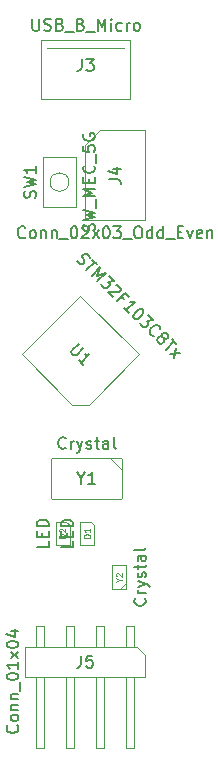
<source format=gbr>
%TF.GenerationSoftware,KiCad,Pcbnew,(5.1.6)-1*%
%TF.CreationDate,2020-09-14T17:11:37+02:00*%
%TF.ProjectId,STM32_blue_pill_4_layers,53544d33-325f-4626-9c75-655f70696c6c,rev?*%
%TF.SameCoordinates,Original*%
%TF.FileFunction,Other,Fab,Top*%
%FSLAX46Y46*%
G04 Gerber Fmt 4.6, Leading zero omitted, Abs format (unit mm)*
G04 Created by KiCad (PCBNEW (5.1.6)-1) date 2020-09-14 17:11:37*
%MOMM*%
%LPD*%
G01*
G04 APERTURE LIST*
%ADD10C,0.100000*%
%ADD11C,0.150000*%
%ADD12C,0.075000*%
%ADD13C,0.080000*%
G04 APERTURE END LIST*
D10*
%TO.C,J3*%
X133680000Y-60960000D02*
X127180000Y-60960000D01*
X134180000Y-60260000D02*
X134180000Y-65260000D01*
X134180000Y-65260000D02*
X126680000Y-65260000D01*
X126680000Y-65260000D02*
X126680000Y-60260000D01*
X126680000Y-60260000D02*
X134180000Y-60260000D01*
%TO.C,SW1*%
X129000000Y-72290000D02*
G75*
G03*
X129000000Y-72290000I-800000J0D01*
G01*
X129600000Y-74390000D02*
X126800000Y-74390000D01*
X129600000Y-70190000D02*
X129600000Y-74390000D01*
X126800000Y-70190000D02*
X129600000Y-70190000D01*
X126800000Y-74390000D02*
X126800000Y-70190000D01*
%TO.C,Y2*%
X133360000Y-106735000D02*
X133860000Y-106235000D01*
X132660000Y-104735000D02*
X132660000Y-106735000D01*
X133860000Y-104735000D02*
X132660000Y-104735000D01*
X133860000Y-106735000D02*
X133860000Y-104735000D01*
X132660000Y-106735000D02*
X133860000Y-106735000D01*
%TO.C,Y1*%
X133510000Y-96620000D02*
X132510000Y-95620000D01*
X133510000Y-99020000D02*
X133410000Y-99120000D01*
X133510000Y-95720000D02*
X133510000Y-99020000D01*
X133410000Y-95620000D02*
X133510000Y-95720000D01*
X127610000Y-95620000D02*
X133410000Y-95620000D01*
X127510000Y-95720000D02*
X127610000Y-95620000D01*
X127510000Y-99020000D02*
X127510000Y-95720000D01*
X127610000Y-99120000D02*
X127510000Y-99020000D01*
X133410000Y-99120000D02*
X127610000Y-99120000D01*
%TO.C,U1*%
X130678319Y-91124765D02*
X129264105Y-91124765D01*
X134920959Y-86882124D02*
X130678319Y-91124765D01*
X129971212Y-81932377D02*
X134920959Y-86882124D01*
X125021465Y-86882124D02*
X129971212Y-81932377D01*
X129264105Y-91124765D02*
X125021465Y-86882124D01*
%TO.C,J5*%
X126230000Y-114210000D02*
X126230000Y-120210000D01*
X126870000Y-120210000D02*
X126230000Y-120210000D01*
X126870000Y-114210000D02*
X126870000Y-120210000D01*
X126230000Y-109850000D02*
X126230000Y-111670000D01*
X126870000Y-109850000D02*
X126230000Y-109850000D01*
X126870000Y-109850000D02*
X126870000Y-111670000D01*
X128770000Y-114210000D02*
X128770000Y-120210000D01*
X129410000Y-120210000D02*
X128770000Y-120210000D01*
X129410000Y-114210000D02*
X129410000Y-120210000D01*
X128770000Y-109850000D02*
X128770000Y-111670000D01*
X129410000Y-109850000D02*
X128770000Y-109850000D01*
X129410000Y-109850000D02*
X129410000Y-111670000D01*
X131310000Y-114210000D02*
X131310000Y-120210000D01*
X131950000Y-120210000D02*
X131310000Y-120210000D01*
X131950000Y-114210000D02*
X131950000Y-120210000D01*
X131310000Y-109850000D02*
X131310000Y-111670000D01*
X131950000Y-109850000D02*
X131310000Y-109850000D01*
X131950000Y-109850000D02*
X131950000Y-111670000D01*
X133850000Y-114210000D02*
X133850000Y-120210000D01*
X134490000Y-120210000D02*
X133850000Y-120210000D01*
X134490000Y-114210000D02*
X134490000Y-120210000D01*
X133850000Y-109850000D02*
X133850000Y-111670000D01*
X134490000Y-109850000D02*
X133850000Y-109850000D01*
X134490000Y-109850000D02*
X134490000Y-111670000D01*
X134805000Y-111670000D02*
X135440000Y-112305000D01*
X125280000Y-111670000D02*
X134805000Y-111670000D01*
X125280000Y-114210000D02*
X125280000Y-111670000D01*
X135440000Y-114210000D02*
X125280000Y-114210000D01*
X135440000Y-112305000D02*
X135440000Y-114210000D01*
%TO.C,J4*%
X130400000Y-69180000D02*
X131670000Y-67910000D01*
X130400000Y-75530000D02*
X130400000Y-69180000D01*
X135480000Y-75530000D02*
X130400000Y-75530000D01*
X135480000Y-67910000D02*
X135480000Y-75530000D01*
X131670000Y-67910000D02*
X135480000Y-67910000D01*
%TO.C,D2*%
X127880000Y-103030000D02*
X129080000Y-103030000D01*
X127880000Y-101030000D02*
X127880000Y-103030000D01*
X128780000Y-101030000D02*
X127880000Y-101030000D01*
X129080000Y-101330000D02*
X128780000Y-101030000D01*
X129080000Y-103030000D02*
X129080000Y-101330000D01*
%TO.C,D1*%
X129960000Y-103027500D02*
X131160000Y-103027500D01*
X129960000Y-101027500D02*
X129960000Y-103027500D01*
X130860000Y-101027500D02*
X129960000Y-101027500D01*
X131160000Y-101327500D02*
X130860000Y-101027500D01*
X131160000Y-103027500D02*
X131160000Y-101327500D01*
%TD*%
%TO.C,J3*%
D11*
X125906190Y-58462380D02*
X125906190Y-59271904D01*
X125953809Y-59367142D01*
X126001428Y-59414761D01*
X126096666Y-59462380D01*
X126287142Y-59462380D01*
X126382380Y-59414761D01*
X126430000Y-59367142D01*
X126477619Y-59271904D01*
X126477619Y-58462380D01*
X126906190Y-59414761D02*
X127049047Y-59462380D01*
X127287142Y-59462380D01*
X127382380Y-59414761D01*
X127430000Y-59367142D01*
X127477619Y-59271904D01*
X127477619Y-59176666D01*
X127430000Y-59081428D01*
X127382380Y-59033809D01*
X127287142Y-58986190D01*
X127096666Y-58938571D01*
X127001428Y-58890952D01*
X126953809Y-58843333D01*
X126906190Y-58748095D01*
X126906190Y-58652857D01*
X126953809Y-58557619D01*
X127001428Y-58510000D01*
X127096666Y-58462380D01*
X127334761Y-58462380D01*
X127477619Y-58510000D01*
X128239523Y-58938571D02*
X128382380Y-58986190D01*
X128430000Y-59033809D01*
X128477619Y-59129047D01*
X128477619Y-59271904D01*
X128430000Y-59367142D01*
X128382380Y-59414761D01*
X128287142Y-59462380D01*
X127906190Y-59462380D01*
X127906190Y-58462380D01*
X128239523Y-58462380D01*
X128334761Y-58510000D01*
X128382380Y-58557619D01*
X128430000Y-58652857D01*
X128430000Y-58748095D01*
X128382380Y-58843333D01*
X128334761Y-58890952D01*
X128239523Y-58938571D01*
X127906190Y-58938571D01*
X128668095Y-59557619D02*
X129430000Y-59557619D01*
X130001428Y-58938571D02*
X130144285Y-58986190D01*
X130191904Y-59033809D01*
X130239523Y-59129047D01*
X130239523Y-59271904D01*
X130191904Y-59367142D01*
X130144285Y-59414761D01*
X130049047Y-59462380D01*
X129668095Y-59462380D01*
X129668095Y-58462380D01*
X130001428Y-58462380D01*
X130096666Y-58510000D01*
X130144285Y-58557619D01*
X130191904Y-58652857D01*
X130191904Y-58748095D01*
X130144285Y-58843333D01*
X130096666Y-58890952D01*
X130001428Y-58938571D01*
X129668095Y-58938571D01*
X130430000Y-59557619D02*
X131191904Y-59557619D01*
X131430000Y-59462380D02*
X131430000Y-58462380D01*
X131763333Y-59176666D01*
X132096666Y-58462380D01*
X132096666Y-59462380D01*
X132572857Y-59462380D02*
X132572857Y-58795714D01*
X132572857Y-58462380D02*
X132525238Y-58510000D01*
X132572857Y-58557619D01*
X132620476Y-58510000D01*
X132572857Y-58462380D01*
X132572857Y-58557619D01*
X133477619Y-59414761D02*
X133382380Y-59462380D01*
X133191904Y-59462380D01*
X133096666Y-59414761D01*
X133049047Y-59367142D01*
X133001428Y-59271904D01*
X133001428Y-58986190D01*
X133049047Y-58890952D01*
X133096666Y-58843333D01*
X133191904Y-58795714D01*
X133382380Y-58795714D01*
X133477619Y-58843333D01*
X133906190Y-59462380D02*
X133906190Y-58795714D01*
X133906190Y-58986190D02*
X133953809Y-58890952D01*
X134001428Y-58843333D01*
X134096666Y-58795714D01*
X134191904Y-58795714D01*
X134668095Y-59462380D02*
X134572857Y-59414761D01*
X134525238Y-59367142D01*
X134477619Y-59271904D01*
X134477619Y-58986190D01*
X134525238Y-58890952D01*
X134572857Y-58843333D01*
X134668095Y-58795714D01*
X134810952Y-58795714D01*
X134906190Y-58843333D01*
X134953809Y-58890952D01*
X135001428Y-58986190D01*
X135001428Y-59271904D01*
X134953809Y-59367142D01*
X134906190Y-59414761D01*
X134810952Y-59462380D01*
X134668095Y-59462380D01*
X130096666Y-61862380D02*
X130096666Y-62576666D01*
X130049047Y-62719523D01*
X129953809Y-62814761D01*
X129810952Y-62862380D01*
X129715714Y-62862380D01*
X130477619Y-61862380D02*
X131096666Y-61862380D01*
X130763333Y-62243333D01*
X130906190Y-62243333D01*
X131001428Y-62290952D01*
X131049047Y-62338571D01*
X131096666Y-62433809D01*
X131096666Y-62671904D01*
X131049047Y-62767142D01*
X131001428Y-62814761D01*
X130906190Y-62862380D01*
X130620476Y-62862380D01*
X130525238Y-62814761D01*
X130477619Y-62767142D01*
%TO.C,SW1*%
X131154761Y-76409047D02*
X131202380Y-76266190D01*
X131202380Y-76028095D01*
X131154761Y-75932857D01*
X131107142Y-75885238D01*
X131011904Y-75837619D01*
X130916666Y-75837619D01*
X130821428Y-75885238D01*
X130773809Y-75932857D01*
X130726190Y-76028095D01*
X130678571Y-76218571D01*
X130630952Y-76313809D01*
X130583333Y-76361428D01*
X130488095Y-76409047D01*
X130392857Y-76409047D01*
X130297619Y-76361428D01*
X130250000Y-76313809D01*
X130202380Y-76218571D01*
X130202380Y-75980476D01*
X130250000Y-75837619D01*
X130202380Y-75504285D02*
X131202380Y-75266190D01*
X130488095Y-75075714D01*
X131202380Y-74885238D01*
X130202380Y-74647142D01*
X131297619Y-74504285D02*
X131297619Y-73742380D01*
X131202380Y-73504285D02*
X130202380Y-73504285D01*
X130916666Y-73170952D01*
X130202380Y-72837619D01*
X131202380Y-72837619D01*
X130678571Y-72361428D02*
X130678571Y-72028095D01*
X131202380Y-71885238D02*
X131202380Y-72361428D01*
X130202380Y-72361428D01*
X130202380Y-71885238D01*
X131107142Y-70885238D02*
X131154761Y-70932857D01*
X131202380Y-71075714D01*
X131202380Y-71170952D01*
X131154761Y-71313809D01*
X131059523Y-71409047D01*
X130964285Y-71456666D01*
X130773809Y-71504285D01*
X130630952Y-71504285D01*
X130440476Y-71456666D01*
X130345238Y-71409047D01*
X130250000Y-71313809D01*
X130202380Y-71170952D01*
X130202380Y-71075714D01*
X130250000Y-70932857D01*
X130297619Y-70885238D01*
X131297619Y-70694761D02*
X131297619Y-69932857D01*
X130202380Y-69218571D02*
X130202380Y-69694761D01*
X130678571Y-69742380D01*
X130630952Y-69694761D01*
X130583333Y-69599523D01*
X130583333Y-69361428D01*
X130630952Y-69266190D01*
X130678571Y-69218571D01*
X130773809Y-69170952D01*
X131011904Y-69170952D01*
X131107142Y-69218571D01*
X131154761Y-69266190D01*
X131202380Y-69361428D01*
X131202380Y-69599523D01*
X131154761Y-69694761D01*
X131107142Y-69742380D01*
X130250000Y-68218571D02*
X130202380Y-68313809D01*
X130202380Y-68456666D01*
X130250000Y-68599523D01*
X130345238Y-68694761D01*
X130440476Y-68742380D01*
X130630952Y-68790000D01*
X130773809Y-68790000D01*
X130964285Y-68742380D01*
X131059523Y-68694761D01*
X131154761Y-68599523D01*
X131202380Y-68456666D01*
X131202380Y-68361428D01*
X131154761Y-68218571D01*
X131107142Y-68170952D01*
X130773809Y-68170952D01*
X130773809Y-68361428D01*
X126154761Y-73623333D02*
X126202380Y-73480476D01*
X126202380Y-73242380D01*
X126154761Y-73147142D01*
X126107142Y-73099523D01*
X126011904Y-73051904D01*
X125916666Y-73051904D01*
X125821428Y-73099523D01*
X125773809Y-73147142D01*
X125726190Y-73242380D01*
X125678571Y-73432857D01*
X125630952Y-73528095D01*
X125583333Y-73575714D01*
X125488095Y-73623333D01*
X125392857Y-73623333D01*
X125297619Y-73575714D01*
X125250000Y-73528095D01*
X125202380Y-73432857D01*
X125202380Y-73194761D01*
X125250000Y-73051904D01*
X125202380Y-72718571D02*
X126202380Y-72480476D01*
X125488095Y-72290000D01*
X126202380Y-72099523D01*
X125202380Y-71861428D01*
X126202380Y-70956666D02*
X126202380Y-71528095D01*
X126202380Y-71242380D02*
X125202380Y-71242380D01*
X125345238Y-71337619D01*
X125440476Y-71432857D01*
X125488095Y-71528095D01*
%TO.C,Y2*%
X135417142Y-107520714D02*
X135464761Y-107568333D01*
X135512380Y-107711190D01*
X135512380Y-107806428D01*
X135464761Y-107949285D01*
X135369523Y-108044523D01*
X135274285Y-108092142D01*
X135083809Y-108139761D01*
X134940952Y-108139761D01*
X134750476Y-108092142D01*
X134655238Y-108044523D01*
X134560000Y-107949285D01*
X134512380Y-107806428D01*
X134512380Y-107711190D01*
X134560000Y-107568333D01*
X134607619Y-107520714D01*
X135512380Y-107092142D02*
X134845714Y-107092142D01*
X135036190Y-107092142D02*
X134940952Y-107044523D01*
X134893333Y-106996904D01*
X134845714Y-106901666D01*
X134845714Y-106806428D01*
X134845714Y-106568333D02*
X135512380Y-106330238D01*
X134845714Y-106092142D02*
X135512380Y-106330238D01*
X135750476Y-106425476D01*
X135798095Y-106473095D01*
X135845714Y-106568333D01*
X135464761Y-105758809D02*
X135512380Y-105663571D01*
X135512380Y-105473095D01*
X135464761Y-105377857D01*
X135369523Y-105330238D01*
X135321904Y-105330238D01*
X135226666Y-105377857D01*
X135179047Y-105473095D01*
X135179047Y-105615952D01*
X135131428Y-105711190D01*
X135036190Y-105758809D01*
X134988571Y-105758809D01*
X134893333Y-105711190D01*
X134845714Y-105615952D01*
X134845714Y-105473095D01*
X134893333Y-105377857D01*
X134845714Y-105044523D02*
X134845714Y-104663571D01*
X134512380Y-104901666D02*
X135369523Y-104901666D01*
X135464761Y-104854047D01*
X135512380Y-104758809D01*
X135512380Y-104663571D01*
X135512380Y-103901666D02*
X134988571Y-103901666D01*
X134893333Y-103949285D01*
X134845714Y-104044523D01*
X134845714Y-104235000D01*
X134893333Y-104330238D01*
X135464761Y-103901666D02*
X135512380Y-103996904D01*
X135512380Y-104235000D01*
X135464761Y-104330238D01*
X135369523Y-104377857D01*
X135274285Y-104377857D01*
X135179047Y-104330238D01*
X135131428Y-104235000D01*
X135131428Y-103996904D01*
X135083809Y-103901666D01*
X135512380Y-103282619D02*
X135464761Y-103377857D01*
X135369523Y-103425476D01*
X134512380Y-103425476D01*
D12*
X133248095Y-105973095D02*
X133486190Y-105973095D01*
X132986190Y-106139761D02*
X133248095Y-105973095D01*
X132986190Y-105806428D01*
X133033809Y-105663571D02*
X133010000Y-105639761D01*
X132986190Y-105592142D01*
X132986190Y-105473095D01*
X133010000Y-105425476D01*
X133033809Y-105401666D01*
X133081428Y-105377857D01*
X133129047Y-105377857D01*
X133200476Y-105401666D01*
X133486190Y-105687380D01*
X133486190Y-105377857D01*
%TO.C,Y1*%
D11*
X128724285Y-94777142D02*
X128676666Y-94824761D01*
X128533809Y-94872380D01*
X128438571Y-94872380D01*
X128295714Y-94824761D01*
X128200476Y-94729523D01*
X128152857Y-94634285D01*
X128105238Y-94443809D01*
X128105238Y-94300952D01*
X128152857Y-94110476D01*
X128200476Y-94015238D01*
X128295714Y-93920000D01*
X128438571Y-93872380D01*
X128533809Y-93872380D01*
X128676666Y-93920000D01*
X128724285Y-93967619D01*
X129152857Y-94872380D02*
X129152857Y-94205714D01*
X129152857Y-94396190D02*
X129200476Y-94300952D01*
X129248095Y-94253333D01*
X129343333Y-94205714D01*
X129438571Y-94205714D01*
X129676666Y-94205714D02*
X129914761Y-94872380D01*
X130152857Y-94205714D02*
X129914761Y-94872380D01*
X129819523Y-95110476D01*
X129771904Y-95158095D01*
X129676666Y-95205714D01*
X130486190Y-94824761D02*
X130581428Y-94872380D01*
X130771904Y-94872380D01*
X130867142Y-94824761D01*
X130914761Y-94729523D01*
X130914761Y-94681904D01*
X130867142Y-94586666D01*
X130771904Y-94539047D01*
X130629047Y-94539047D01*
X130533809Y-94491428D01*
X130486190Y-94396190D01*
X130486190Y-94348571D01*
X130533809Y-94253333D01*
X130629047Y-94205714D01*
X130771904Y-94205714D01*
X130867142Y-94253333D01*
X131200476Y-94205714D02*
X131581428Y-94205714D01*
X131343333Y-93872380D02*
X131343333Y-94729523D01*
X131390952Y-94824761D01*
X131486190Y-94872380D01*
X131581428Y-94872380D01*
X132343333Y-94872380D02*
X132343333Y-94348571D01*
X132295714Y-94253333D01*
X132200476Y-94205714D01*
X132010000Y-94205714D01*
X131914761Y-94253333D01*
X132343333Y-94824761D02*
X132248095Y-94872380D01*
X132010000Y-94872380D01*
X131914761Y-94824761D01*
X131867142Y-94729523D01*
X131867142Y-94634285D01*
X131914761Y-94539047D01*
X132010000Y-94491428D01*
X132248095Y-94491428D01*
X132343333Y-94443809D01*
X132962380Y-94872380D02*
X132867142Y-94824761D01*
X132819523Y-94729523D01*
X132819523Y-93872380D01*
X130033809Y-97346190D02*
X130033809Y-97822380D01*
X129700476Y-96822380D02*
X130033809Y-97346190D01*
X130367142Y-96822380D01*
X131224285Y-97822380D02*
X130652857Y-97822380D01*
X130938571Y-97822380D02*
X130938571Y-96822380D01*
X130843333Y-96965238D01*
X130748095Y-97060476D01*
X130652857Y-97108095D01*
%TO.C,U1*%
X129713623Y-78923805D02*
X129780966Y-79058492D01*
X129949325Y-79226850D01*
X130050340Y-79260522D01*
X130117684Y-79260522D01*
X130218699Y-79226850D01*
X130286043Y-79159507D01*
X130319714Y-79058492D01*
X130319714Y-78991148D01*
X130286043Y-78890133D01*
X130185027Y-78721774D01*
X130151356Y-78620759D01*
X130151356Y-78553415D01*
X130185027Y-78452400D01*
X130252371Y-78385057D01*
X130353386Y-78351385D01*
X130420730Y-78351385D01*
X130521745Y-78385057D01*
X130690104Y-78553415D01*
X130757447Y-78688102D01*
X130993149Y-78856461D02*
X131397211Y-79260522D01*
X130488073Y-79765598D02*
X131195180Y-79058492D01*
X130925806Y-80203331D02*
X131632913Y-79496224D01*
X131363539Y-80237003D01*
X132104317Y-79967629D01*
X131397211Y-80674736D01*
X132373691Y-80237003D02*
X132811424Y-80674736D01*
X132306348Y-80708408D01*
X132407363Y-80809423D01*
X132441035Y-80910438D01*
X132441035Y-80977782D01*
X132407363Y-81078797D01*
X132239004Y-81247156D01*
X132137989Y-81280827D01*
X132070646Y-81280827D01*
X131969630Y-81247156D01*
X131767600Y-81045125D01*
X131733928Y-80944110D01*
X131733928Y-80876766D01*
X133013455Y-81011453D02*
X133080798Y-81011453D01*
X133181813Y-81045125D01*
X133350172Y-81213484D01*
X133383844Y-81314499D01*
X133383844Y-81381843D01*
X133350172Y-81482858D01*
X133282829Y-81550201D01*
X133148142Y-81617545D01*
X132340020Y-81617545D01*
X132777752Y-82055278D01*
X133686890Y-82223636D02*
X133451187Y-81987934D01*
X133080798Y-82358323D02*
X133787905Y-81651217D01*
X134124622Y-81987934D01*
X134057279Y-83334804D02*
X133653218Y-82930743D01*
X133855248Y-83132774D02*
X134562355Y-82425667D01*
X134393996Y-82459339D01*
X134259309Y-82459339D01*
X134158294Y-82425667D01*
X135202118Y-83065430D02*
X135269462Y-83132774D01*
X135303134Y-83233789D01*
X135303134Y-83301132D01*
X135269462Y-83402148D01*
X135168447Y-83570506D01*
X135000088Y-83738865D01*
X134831729Y-83839880D01*
X134730714Y-83873552D01*
X134663370Y-83873552D01*
X134562355Y-83839880D01*
X134495012Y-83772537D01*
X134461340Y-83671522D01*
X134461340Y-83604178D01*
X134495012Y-83503163D01*
X134596027Y-83334804D01*
X134764386Y-83166445D01*
X134932744Y-83065430D01*
X135033760Y-83031758D01*
X135101103Y-83031758D01*
X135202118Y-83065430D01*
X135673523Y-83536835D02*
X136111256Y-83974567D01*
X135606179Y-84008239D01*
X135707195Y-84109254D01*
X135740866Y-84210270D01*
X135740866Y-84277613D01*
X135707195Y-84378628D01*
X135538836Y-84546987D01*
X135437821Y-84580659D01*
X135370477Y-84580659D01*
X135269462Y-84546987D01*
X135067431Y-84344957D01*
X135033760Y-84243941D01*
X135033760Y-84176598D01*
X136178599Y-85321437D02*
X136111256Y-85321437D01*
X135976569Y-85254094D01*
X135909225Y-85186750D01*
X135841882Y-85052063D01*
X135841882Y-84917376D01*
X135875553Y-84816361D01*
X135976569Y-84648002D01*
X136077584Y-84546987D01*
X136245943Y-84445972D01*
X136346958Y-84412300D01*
X136481645Y-84412300D01*
X136616332Y-84479644D01*
X136683675Y-84546987D01*
X136751019Y-84681674D01*
X136751019Y-84749018D01*
X136919378Y-85388781D02*
X136885706Y-85287766D01*
X136885706Y-85220422D01*
X136919378Y-85119407D01*
X136953050Y-85085735D01*
X137054065Y-85052063D01*
X137121408Y-85052063D01*
X137222424Y-85085735D01*
X137357111Y-85220422D01*
X137390782Y-85321437D01*
X137390782Y-85388781D01*
X137357111Y-85489796D01*
X137323439Y-85523468D01*
X137222424Y-85557140D01*
X137155080Y-85557140D01*
X137054065Y-85523468D01*
X136919378Y-85388781D01*
X136818362Y-85355109D01*
X136751019Y-85355109D01*
X136650004Y-85388781D01*
X136515317Y-85523468D01*
X136481645Y-85624483D01*
X136481645Y-85691827D01*
X136515317Y-85792842D01*
X136650004Y-85927529D01*
X136751019Y-85961201D01*
X136818362Y-85961201D01*
X136919378Y-85927529D01*
X137054065Y-85792842D01*
X137087737Y-85691827D01*
X137087737Y-85624483D01*
X137054065Y-85523468D01*
X137693828Y-85557140D02*
X138097889Y-85961201D01*
X137188752Y-86466277D02*
X137895859Y-85759170D01*
X137559141Y-86836666D02*
X138400935Y-86735651D01*
X138030546Y-86365262D02*
X137929530Y-87207056D01*
X129819689Y-85956150D02*
X129247269Y-86528570D01*
X129213597Y-86629585D01*
X129213597Y-86696929D01*
X129247269Y-86797944D01*
X129381956Y-86932631D01*
X129482971Y-86966303D01*
X129550315Y-86966303D01*
X129651330Y-86932631D01*
X130223750Y-86360211D01*
X130223750Y-87774425D02*
X129819689Y-87370364D01*
X130021719Y-87572394D02*
X130728826Y-86865288D01*
X130560467Y-86898959D01*
X130425780Y-86898959D01*
X130324765Y-86865288D01*
%TO.C,J5*%
X124637142Y-118293095D02*
X124684761Y-118340714D01*
X124732380Y-118483571D01*
X124732380Y-118578809D01*
X124684761Y-118721666D01*
X124589523Y-118816904D01*
X124494285Y-118864523D01*
X124303809Y-118912142D01*
X124160952Y-118912142D01*
X123970476Y-118864523D01*
X123875238Y-118816904D01*
X123780000Y-118721666D01*
X123732380Y-118578809D01*
X123732380Y-118483571D01*
X123780000Y-118340714D01*
X123827619Y-118293095D01*
X124732380Y-117721666D02*
X124684761Y-117816904D01*
X124637142Y-117864523D01*
X124541904Y-117912142D01*
X124256190Y-117912142D01*
X124160952Y-117864523D01*
X124113333Y-117816904D01*
X124065714Y-117721666D01*
X124065714Y-117578809D01*
X124113333Y-117483571D01*
X124160952Y-117435952D01*
X124256190Y-117388333D01*
X124541904Y-117388333D01*
X124637142Y-117435952D01*
X124684761Y-117483571D01*
X124732380Y-117578809D01*
X124732380Y-117721666D01*
X124065714Y-116959761D02*
X124732380Y-116959761D01*
X124160952Y-116959761D02*
X124113333Y-116912142D01*
X124065714Y-116816904D01*
X124065714Y-116674047D01*
X124113333Y-116578809D01*
X124208571Y-116531190D01*
X124732380Y-116531190D01*
X124065714Y-116055000D02*
X124732380Y-116055000D01*
X124160952Y-116055000D02*
X124113333Y-116007380D01*
X124065714Y-115912142D01*
X124065714Y-115769285D01*
X124113333Y-115674047D01*
X124208571Y-115626428D01*
X124732380Y-115626428D01*
X124827619Y-115388333D02*
X124827619Y-114626428D01*
X123732380Y-114197857D02*
X123732380Y-114102619D01*
X123780000Y-114007380D01*
X123827619Y-113959761D01*
X123922857Y-113912142D01*
X124113333Y-113864523D01*
X124351428Y-113864523D01*
X124541904Y-113912142D01*
X124637142Y-113959761D01*
X124684761Y-114007380D01*
X124732380Y-114102619D01*
X124732380Y-114197857D01*
X124684761Y-114293095D01*
X124637142Y-114340714D01*
X124541904Y-114388333D01*
X124351428Y-114435952D01*
X124113333Y-114435952D01*
X123922857Y-114388333D01*
X123827619Y-114340714D01*
X123780000Y-114293095D01*
X123732380Y-114197857D01*
X124732380Y-112912142D02*
X124732380Y-113483571D01*
X124732380Y-113197857D02*
X123732380Y-113197857D01*
X123875238Y-113293095D01*
X123970476Y-113388333D01*
X124018095Y-113483571D01*
X124732380Y-112578809D02*
X124065714Y-112055000D01*
X124065714Y-112578809D02*
X124732380Y-112055000D01*
X123732380Y-111483571D02*
X123732380Y-111388333D01*
X123780000Y-111293095D01*
X123827619Y-111245476D01*
X123922857Y-111197857D01*
X124113333Y-111150238D01*
X124351428Y-111150238D01*
X124541904Y-111197857D01*
X124637142Y-111245476D01*
X124684761Y-111293095D01*
X124732380Y-111388333D01*
X124732380Y-111483571D01*
X124684761Y-111578809D01*
X124637142Y-111626428D01*
X124541904Y-111674047D01*
X124351428Y-111721666D01*
X124113333Y-111721666D01*
X123922857Y-111674047D01*
X123827619Y-111626428D01*
X123780000Y-111578809D01*
X123732380Y-111483571D01*
X124065714Y-110293095D02*
X124732380Y-110293095D01*
X123684761Y-110531190D02*
X124399047Y-110769285D01*
X124399047Y-110150238D01*
X130026666Y-112392380D02*
X130026666Y-113106666D01*
X129979047Y-113249523D01*
X129883809Y-113344761D01*
X129740952Y-113392380D01*
X129645714Y-113392380D01*
X130979047Y-112392380D02*
X130502857Y-112392380D01*
X130455238Y-112868571D01*
X130502857Y-112820952D01*
X130598095Y-112773333D01*
X130836190Y-112773333D01*
X130931428Y-112820952D01*
X130979047Y-112868571D01*
X131026666Y-112963809D01*
X131026666Y-113201904D01*
X130979047Y-113297142D01*
X130931428Y-113344761D01*
X130836190Y-113392380D01*
X130598095Y-113392380D01*
X130502857Y-113344761D01*
X130455238Y-113297142D01*
%TO.C,J4*%
X125297142Y-76947142D02*
X125249523Y-76994761D01*
X125106666Y-77042380D01*
X125011428Y-77042380D01*
X124868571Y-76994761D01*
X124773333Y-76899523D01*
X124725714Y-76804285D01*
X124678095Y-76613809D01*
X124678095Y-76470952D01*
X124725714Y-76280476D01*
X124773333Y-76185238D01*
X124868571Y-76090000D01*
X125011428Y-76042380D01*
X125106666Y-76042380D01*
X125249523Y-76090000D01*
X125297142Y-76137619D01*
X125868571Y-77042380D02*
X125773333Y-76994761D01*
X125725714Y-76947142D01*
X125678095Y-76851904D01*
X125678095Y-76566190D01*
X125725714Y-76470952D01*
X125773333Y-76423333D01*
X125868571Y-76375714D01*
X126011428Y-76375714D01*
X126106666Y-76423333D01*
X126154285Y-76470952D01*
X126201904Y-76566190D01*
X126201904Y-76851904D01*
X126154285Y-76947142D01*
X126106666Y-76994761D01*
X126011428Y-77042380D01*
X125868571Y-77042380D01*
X126630476Y-76375714D02*
X126630476Y-77042380D01*
X126630476Y-76470952D02*
X126678095Y-76423333D01*
X126773333Y-76375714D01*
X126916190Y-76375714D01*
X127011428Y-76423333D01*
X127059047Y-76518571D01*
X127059047Y-77042380D01*
X127535238Y-76375714D02*
X127535238Y-77042380D01*
X127535238Y-76470952D02*
X127582857Y-76423333D01*
X127678095Y-76375714D01*
X127820952Y-76375714D01*
X127916190Y-76423333D01*
X127963809Y-76518571D01*
X127963809Y-77042380D01*
X128201904Y-77137619D02*
X128963809Y-77137619D01*
X129392380Y-76042380D02*
X129487619Y-76042380D01*
X129582857Y-76090000D01*
X129630476Y-76137619D01*
X129678095Y-76232857D01*
X129725714Y-76423333D01*
X129725714Y-76661428D01*
X129678095Y-76851904D01*
X129630476Y-76947142D01*
X129582857Y-76994761D01*
X129487619Y-77042380D01*
X129392380Y-77042380D01*
X129297142Y-76994761D01*
X129249523Y-76947142D01*
X129201904Y-76851904D01*
X129154285Y-76661428D01*
X129154285Y-76423333D01*
X129201904Y-76232857D01*
X129249523Y-76137619D01*
X129297142Y-76090000D01*
X129392380Y-76042380D01*
X130106666Y-76137619D02*
X130154285Y-76090000D01*
X130249523Y-76042380D01*
X130487619Y-76042380D01*
X130582857Y-76090000D01*
X130630476Y-76137619D01*
X130678095Y-76232857D01*
X130678095Y-76328095D01*
X130630476Y-76470952D01*
X130059047Y-77042380D01*
X130678095Y-77042380D01*
X131011428Y-77042380D02*
X131535238Y-76375714D01*
X131011428Y-76375714D02*
X131535238Y-77042380D01*
X132106666Y-76042380D02*
X132201904Y-76042380D01*
X132297142Y-76090000D01*
X132344761Y-76137619D01*
X132392380Y-76232857D01*
X132440000Y-76423333D01*
X132440000Y-76661428D01*
X132392380Y-76851904D01*
X132344761Y-76947142D01*
X132297142Y-76994761D01*
X132201904Y-77042380D01*
X132106666Y-77042380D01*
X132011428Y-76994761D01*
X131963809Y-76947142D01*
X131916190Y-76851904D01*
X131868571Y-76661428D01*
X131868571Y-76423333D01*
X131916190Y-76232857D01*
X131963809Y-76137619D01*
X132011428Y-76090000D01*
X132106666Y-76042380D01*
X132773333Y-76042380D02*
X133392380Y-76042380D01*
X133059047Y-76423333D01*
X133201904Y-76423333D01*
X133297142Y-76470952D01*
X133344761Y-76518571D01*
X133392380Y-76613809D01*
X133392380Y-76851904D01*
X133344761Y-76947142D01*
X133297142Y-76994761D01*
X133201904Y-77042380D01*
X132916190Y-77042380D01*
X132820952Y-76994761D01*
X132773333Y-76947142D01*
X133582857Y-77137619D02*
X134344761Y-77137619D01*
X134773333Y-76042380D02*
X134963809Y-76042380D01*
X135059047Y-76090000D01*
X135154285Y-76185238D01*
X135201904Y-76375714D01*
X135201904Y-76709047D01*
X135154285Y-76899523D01*
X135059047Y-76994761D01*
X134963809Y-77042380D01*
X134773333Y-77042380D01*
X134678095Y-76994761D01*
X134582857Y-76899523D01*
X134535238Y-76709047D01*
X134535238Y-76375714D01*
X134582857Y-76185238D01*
X134678095Y-76090000D01*
X134773333Y-76042380D01*
X136059047Y-77042380D02*
X136059047Y-76042380D01*
X136059047Y-76994761D02*
X135963809Y-77042380D01*
X135773333Y-77042380D01*
X135678095Y-76994761D01*
X135630476Y-76947142D01*
X135582857Y-76851904D01*
X135582857Y-76566190D01*
X135630476Y-76470952D01*
X135678095Y-76423333D01*
X135773333Y-76375714D01*
X135963809Y-76375714D01*
X136059047Y-76423333D01*
X136963809Y-77042380D02*
X136963809Y-76042380D01*
X136963809Y-76994761D02*
X136868571Y-77042380D01*
X136678095Y-77042380D01*
X136582857Y-76994761D01*
X136535238Y-76947142D01*
X136487619Y-76851904D01*
X136487619Y-76566190D01*
X136535238Y-76470952D01*
X136582857Y-76423333D01*
X136678095Y-76375714D01*
X136868571Y-76375714D01*
X136963809Y-76423333D01*
X137201904Y-77137619D02*
X137963809Y-77137619D01*
X138201904Y-76518571D02*
X138535238Y-76518571D01*
X138678095Y-77042380D02*
X138201904Y-77042380D01*
X138201904Y-76042380D01*
X138678095Y-76042380D01*
X139011428Y-76375714D02*
X139249523Y-77042380D01*
X139487619Y-76375714D01*
X140249523Y-76994761D02*
X140154285Y-77042380D01*
X139963809Y-77042380D01*
X139868571Y-76994761D01*
X139820952Y-76899523D01*
X139820952Y-76518571D01*
X139868571Y-76423333D01*
X139963809Y-76375714D01*
X140154285Y-76375714D01*
X140249523Y-76423333D01*
X140297142Y-76518571D01*
X140297142Y-76613809D01*
X139820952Y-76709047D01*
X140725714Y-76375714D02*
X140725714Y-77042380D01*
X140725714Y-76470952D02*
X140773333Y-76423333D01*
X140868571Y-76375714D01*
X141011428Y-76375714D01*
X141106666Y-76423333D01*
X141154285Y-76518571D01*
X141154285Y-77042380D01*
X132392380Y-72053333D02*
X133106666Y-72053333D01*
X133249523Y-72100952D01*
X133344761Y-72196190D01*
X133392380Y-72339047D01*
X133392380Y-72434285D01*
X132725714Y-71148571D02*
X133392380Y-71148571D01*
X132344761Y-71386666D02*
X133059047Y-71624761D01*
X133059047Y-71005714D01*
%TO.C,D2*%
X127282380Y-102672857D02*
X127282380Y-103149047D01*
X126282380Y-103149047D01*
X126758571Y-102339523D02*
X126758571Y-102006190D01*
X127282380Y-101863333D02*
X127282380Y-102339523D01*
X126282380Y-102339523D01*
X126282380Y-101863333D01*
X127282380Y-101434761D02*
X126282380Y-101434761D01*
X126282380Y-101196666D01*
X126330000Y-101053809D01*
X126425238Y-100958571D01*
X126520476Y-100910952D01*
X126710952Y-100863333D01*
X126853809Y-100863333D01*
X127044285Y-100910952D01*
X127139523Y-100958571D01*
X127234761Y-101053809D01*
X127282380Y-101196666D01*
X127282380Y-101434761D01*
D13*
X128706190Y-102399047D02*
X128206190Y-102399047D01*
X128206190Y-102280000D01*
X128230000Y-102208571D01*
X128277619Y-102160952D01*
X128325238Y-102137142D01*
X128420476Y-102113333D01*
X128491904Y-102113333D01*
X128587142Y-102137142D01*
X128634761Y-102160952D01*
X128682380Y-102208571D01*
X128706190Y-102280000D01*
X128706190Y-102399047D01*
X128253809Y-101922857D02*
X128230000Y-101899047D01*
X128206190Y-101851428D01*
X128206190Y-101732380D01*
X128230000Y-101684761D01*
X128253809Y-101660952D01*
X128301428Y-101637142D01*
X128349047Y-101637142D01*
X128420476Y-101660952D01*
X128706190Y-101946666D01*
X128706190Y-101637142D01*
%TO.C,D1*%
D11*
X129362380Y-102670357D02*
X129362380Y-103146547D01*
X128362380Y-103146547D01*
X128838571Y-102337023D02*
X128838571Y-102003690D01*
X129362380Y-101860833D02*
X129362380Y-102337023D01*
X128362380Y-102337023D01*
X128362380Y-101860833D01*
X129362380Y-101432261D02*
X128362380Y-101432261D01*
X128362380Y-101194166D01*
X128410000Y-101051309D01*
X128505238Y-100956071D01*
X128600476Y-100908452D01*
X128790952Y-100860833D01*
X128933809Y-100860833D01*
X129124285Y-100908452D01*
X129219523Y-100956071D01*
X129314761Y-101051309D01*
X129362380Y-101194166D01*
X129362380Y-101432261D01*
D13*
X130786190Y-102396547D02*
X130286190Y-102396547D01*
X130286190Y-102277500D01*
X130310000Y-102206071D01*
X130357619Y-102158452D01*
X130405238Y-102134642D01*
X130500476Y-102110833D01*
X130571904Y-102110833D01*
X130667142Y-102134642D01*
X130714761Y-102158452D01*
X130762380Y-102206071D01*
X130786190Y-102277500D01*
X130786190Y-102396547D01*
X130786190Y-101634642D02*
X130786190Y-101920357D01*
X130786190Y-101777500D02*
X130286190Y-101777500D01*
X130357619Y-101825119D01*
X130405238Y-101872738D01*
X130429047Y-101920357D01*
%TD*%
M02*

</source>
